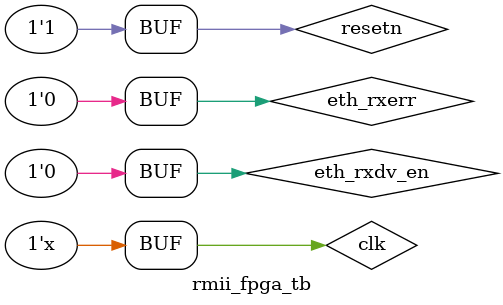
<source format=v>
`timescale 1ns/1ps
`define CFG_PLENGTH 24
`define DFF 0.1

module rmii_fpga_tb;

reg clk, resetn;
// Config registers
reg [31:0] cfg [0:`CFG_PLENGTH-1];
reg  [7:0] cfg_counter;

reg        eth_crs_dv, eth_rxerr;
wire       eth_ref_clk, eth_tx_en; 
reg  [1:0] eth_rxd;
wire [1:0] eth_txd;   
reg        eth_rxdv_en;    

rmii_fpga u_rmii_fpga(
  .clk          (clk),
  .resetn       (resetn),

  .eth_ref_clk  (eth_ref_clk),
  .eth_crs_dv   (eth_crs_dv),
  .eth_rxd      (eth_rxd),
  .eth_tx_en    (eth_tx_en),
  .eth_txd      (eth_txd),
  .led          (led)
  );

initial begin
  clk = 0; resetn = 0; eth_rxdv_en = 0;
  eth_crs_dv = 0; eth_rxerr = 0; eth_rxd = 4'h0;
	#10
	resetn = 1;
  #2012
  eth_rxdv_en = 1;
  #(40*8*`CFG_PLENGTH);
  eth_rxdv_en = 0;
	// $finish();
end
always #5 clk = ~clk;

// RMII shift counter
reg [4:0] sft [0:15];
reg [4:0] sft_cnt;
initial begin
  sft[0] = 5'd0;
  sft[1] = 5'd2;
  sft[2] = 5'd4;
  sft[3] = 5'd6;
  sft[4] = 5'd8;
  sft[5] = 5'd10;
  sft[6] = 5'd12;
  sft[7] = 5'd14;
  sft[8] = 5'd16;
  sft[9] = 5'd18;
  sft[10] = 5'd20;
  sft[11] = 5'd22;
  sft[12] = 5'd24;
  sft[13] = 5'd26;
  sft[14] = 5'd28;
  sft[15] = 5'd30;
end
// 4-bit nibble serdes
always @(posedge eth_ref_clk) begin
  if(eth_rxdv_en) begin
    // synchronize rxdv
    eth_crs_dv <= #`DFF 1;
    eth_rxd <= #`DFF cfg[cfg_counter][sft[sft_cnt]+:2];
      if(sft_cnt == 15) begin
        cfg_counter <= #`DFF cfg_counter + 1;
        sft_cnt <= #`DFF 0;
      end else begin
        sft_cnt <= #`DFF sft_cnt + 1;
      end
  end else begin
    eth_crs_dv <= #`DFF 0;
  end
end

// MII ethernet config
initial begin
  cfg[0]  = {32'h55555555}; // preamble(8B)
  cfg[1]  = {32'hd5555555}; 
  cfg[2]  = {32'h005e0000}; // dest mac(6B)                                       0x1000
  cfg[3]  = {32'h76f0cefa}; // dest mac - src mac(6B)                             0x1004
  cfg[4]  = {32'h2e4da91c}; // src mac                                            0x1008
  cfg[5]  = {32'h00450008}; // eth.type(2B), ip.hdr_len(1B), ip.dsfield.ecn(1B)   0x100c
  cfg[6]  = {32'hf7514600}; // ip.len(2B), ip.id(2B)                              0x1010
  cfg[7]  = {32'h11400040}; // ip.frag_offset(2B), ip.ttl(1B), ip.proto(1B)       0x1014
  cfg[8]  = {32'ha8c09660}; // ip.checksum(2B), ip.src(4B)                        0x1018
  cfg[9]  = {32'ha8c06603}; // ip.src - ip.dst(4B)                                0x101c
  cfg[10] = {32'ha7bd7b03}; // ip.dst, udp.srcport(2B)                            0x1020
  cfg[11] = {32'h3200d204}; // udp.dstport(2B), udp.length(2B)                    0x1024
  cfg[12] = {32'h00000000}; // udp.checksum(2B)                                   0x1028
  // User config start
  // VCO frequency 600M - 1600M, clkin 200M
  cfg[13] = {1'b1, 7'h00, {23{1'b0}}, 1'b1}; // system reset                      0x102c
  cfg[14] = {1'b1, 7'h01, {8{1'b0}}, 16'd100}; // pulse count                     0x1030
  //                      pw, freq_div
  cfg[15] = {1'b1, 7'h02, {12{1'b0}}, 4'd0, 8'd20}; // pulse config               0x1034
  //               row_sp,col_sp,           frame,measure
  cfg[16] = {1'b1, 7'h03, 8'h00, 8'h00, {6{1'b0}}, 1'b1, 1'b0}; //                0x1038
  //                          hist_mode_flag
  cfg[17] = {1'b1, 7'h04, {22{1'b0}}, 2'b01}; //                                  0x103c
  //               hist_c2, hist_c1
  cfg[18] = {1'b1, 7'h05, 12'd25, 12'd25}; //                                     0x1040
  //               hist_c4, hist_c3
  cfg[19] = {1'b1, 7'h06, 12'd25, 12'd25}; //                                     0x1044
  //               hist_upth, hist_loth
  cfg[20] = {1'b1, 7'h07, 12'hFFF, 12'h000}; //                                   0x1048
  //                          cfg_ready
  cfg[21] = {1'b1, 7'h08, {23{1'b0}}, 1'b1}; //                                   0x104c
  //                       1: oneshot/0: cont, system start
  cfg[22] = {1'b1, 7'h09, {22{1'b0}}, 1'b0, 1'b1}; //                             0x1050
  // User config ends
  cfg[23] = {32'hD69456DB}; // fcs
  cfg_counter = 8'h00;
  sft_cnt = 0;
end

// https://crccalc.com/
// 00005e00 facef076 1ca94d2e 08004500 004651f7 40004011 6096c0a8 0366c0a8 037bbda7 04d20032 00000000
// 01000080 64000081 14000082 02000083 01000084 19900185 19900186 00f0ff87 01000088 01000089 
// 0xD69456DB

endmodule
</source>
